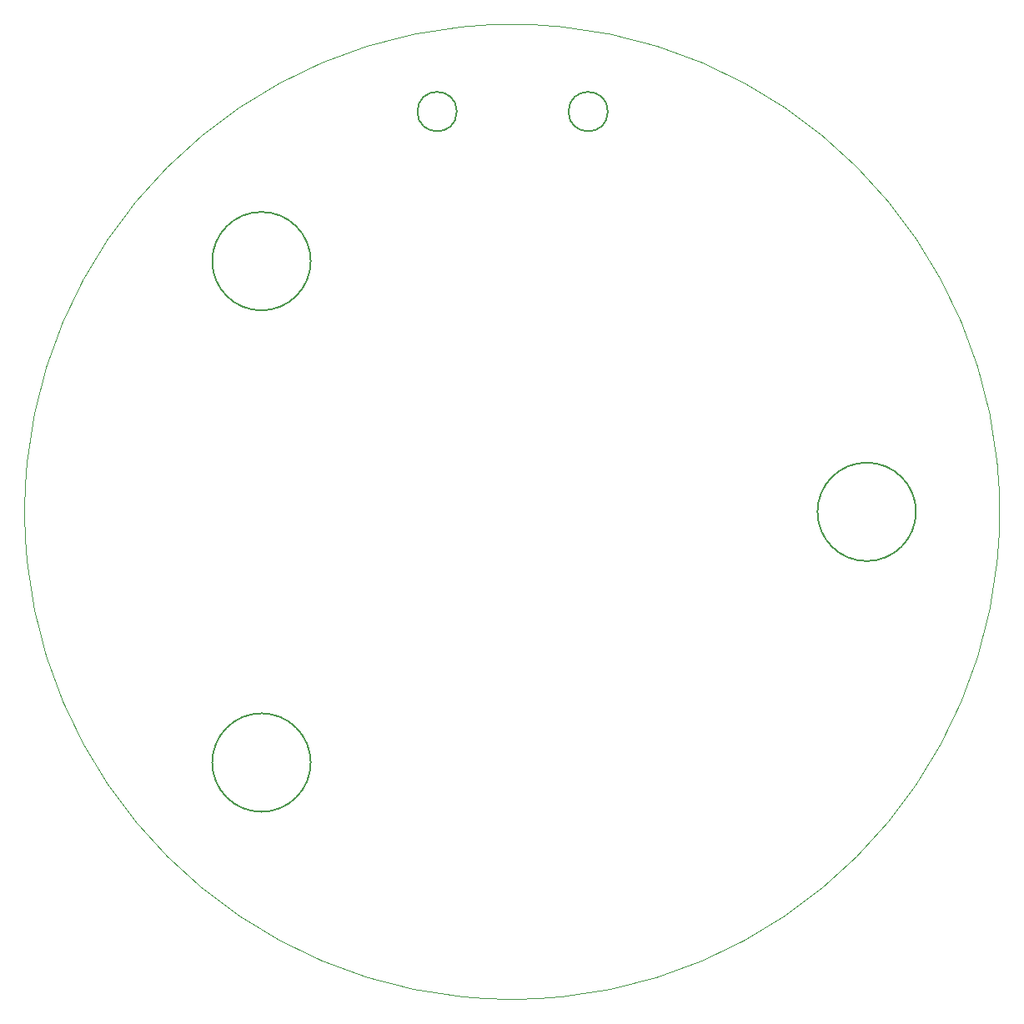
<source format=gm1>
G04 #@! TF.GenerationSoftware,KiCad,Pcbnew,(6.0.11-0)*
G04 #@! TF.CreationDate,2023-01-30T23:46:06+00:00*
G04 #@! TF.ProjectId,maxbox,6d617862-6f78-42e6-9b69-6361645f7063,rev?*
G04 #@! TF.SameCoordinates,Original*
G04 #@! TF.FileFunction,Profile,NP*
%FSLAX46Y46*%
G04 Gerber Fmt 4.6, Leading zero omitted, Abs format (unit mm)*
G04 Created by KiCad (PCBNEW (6.0.11-0)) date 2023-01-30 23:46:06*
%MOMM*%
%LPD*%
G01*
G04 APERTURE LIST*
G04 #@! TA.AperFunction,Profile*
%ADD10C,0.050000*%
G04 #@! TD*
G04 #@! TA.AperFunction,Profile*
%ADD11C,0.150000*%
G04 #@! TD*
G04 APERTURE END LIST*
D10*
X49500000Y0D02*
G75*
G03*
X49500000Y0I-49500000J0D01*
G01*
D11*
X-20455000Y-25455000D02*
G75*
G03*
X-20455000Y-25455000I-5000000J0D01*
G01*
X-20455000Y25455000D02*
G75*
G03*
X-20455000Y25455000I-5000000J0D01*
G01*
X-5620000Y40640000D02*
G75*
G03*
X-5620000Y40640000I-2000000J0D01*
G01*
X9715000Y40640000D02*
G75*
G03*
X9715000Y40640000I-2000000J0D01*
G01*
X41000000Y0D02*
G75*
G03*
X41000000Y0I-5000000J0D01*
G01*
M02*

</source>
